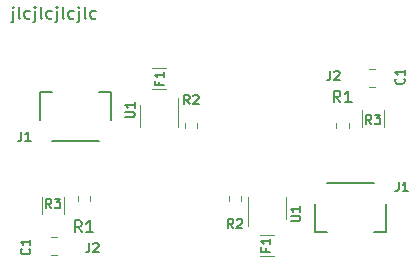
<source format=gbr>
%TF.GenerationSoftware,KiCad,Pcbnew,5.99.0-unknown-43523df843~131~ubuntu21.10.1*%
%TF.CreationDate,2021-08-03T15:32:11+01:00*%
%TF.ProjectId,dboard_panelized,64626f61-7264-45f7-9061-6e656c697a65,rev?*%
%TF.SameCoordinates,Original*%
%TF.FileFunction,Legend,Top*%
%TF.FilePolarity,Positive*%
%FSLAX46Y46*%
G04 Gerber Fmt 4.6, Leading zero omitted, Abs format (unit mm)*
G04 Created by KiCad (PCBNEW 5.99.0-unknown-43523df843~131~ubuntu21.10.1) date 2021-08-03 15:32:11*
%MOMM*%
%LPD*%
G01*
G04 APERTURE LIST*
%ADD10C,0.150000*%
%ADD11C,0.120000*%
G04 APERTURE END LIST*
D10*
X26123809Y-21485714D02*
X26123809Y-22342857D01*
X26076190Y-22438095D01*
X25980952Y-22485714D01*
X25933333Y-22485714D01*
X26123809Y-21152380D02*
X26076190Y-21200000D01*
X26123809Y-21247619D01*
X26171428Y-21200000D01*
X26123809Y-21152380D01*
X26123809Y-21247619D01*
X26742857Y-22152380D02*
X26647619Y-22104761D01*
X26600000Y-22009523D01*
X26600000Y-21152380D01*
X27552380Y-22104761D02*
X27457142Y-22152380D01*
X27266666Y-22152380D01*
X27171428Y-22104761D01*
X27123809Y-22057142D01*
X27076190Y-21961904D01*
X27076190Y-21676190D01*
X27123809Y-21580952D01*
X27171428Y-21533333D01*
X27266666Y-21485714D01*
X27457142Y-21485714D01*
X27552380Y-21533333D01*
X27980952Y-21485714D02*
X27980952Y-22342857D01*
X27933333Y-22438095D01*
X27838095Y-22485714D01*
X27790476Y-22485714D01*
X27980952Y-21152380D02*
X27933333Y-21200000D01*
X27980952Y-21247619D01*
X28028571Y-21200000D01*
X27980952Y-21152380D01*
X27980952Y-21247619D01*
X28600000Y-22152380D02*
X28504761Y-22104761D01*
X28457142Y-22009523D01*
X28457142Y-21152380D01*
X29409523Y-22104761D02*
X29314285Y-22152380D01*
X29123809Y-22152380D01*
X29028571Y-22104761D01*
X28980952Y-22057142D01*
X28933333Y-21961904D01*
X28933333Y-21676190D01*
X28980952Y-21580952D01*
X29028571Y-21533333D01*
X29123809Y-21485714D01*
X29314285Y-21485714D01*
X29409523Y-21533333D01*
X29838095Y-21485714D02*
X29838095Y-22342857D01*
X29790476Y-22438095D01*
X29695238Y-22485714D01*
X29647619Y-22485714D01*
X29838095Y-21152380D02*
X29790476Y-21200000D01*
X29838095Y-21247619D01*
X29885714Y-21200000D01*
X29838095Y-21152380D01*
X29838095Y-21247619D01*
X30457142Y-22152380D02*
X30361904Y-22104761D01*
X30314285Y-22009523D01*
X30314285Y-21152380D01*
X31266666Y-22104761D02*
X31171428Y-22152380D01*
X30980952Y-22152380D01*
X30885714Y-22104761D01*
X30838095Y-22057142D01*
X30790476Y-21961904D01*
X30790476Y-21676190D01*
X30838095Y-21580952D01*
X30885714Y-21533333D01*
X30980952Y-21485714D01*
X31171428Y-21485714D01*
X31266666Y-21533333D01*
X31695238Y-21485714D02*
X31695238Y-22342857D01*
X31647619Y-22438095D01*
X31552380Y-22485714D01*
X31504761Y-22485714D01*
X31695238Y-21152380D02*
X31647619Y-21200000D01*
X31695238Y-21247619D01*
X31742857Y-21200000D01*
X31695238Y-21152380D01*
X31695238Y-21247619D01*
X32314285Y-22152380D02*
X32219047Y-22104761D01*
X32171428Y-22009523D01*
X32171428Y-21152380D01*
X33123809Y-22104761D02*
X33028571Y-22152380D01*
X32838095Y-22152380D01*
X32742857Y-22104761D01*
X32695238Y-22057142D01*
X32647619Y-21961904D01*
X32647619Y-21676190D01*
X32695238Y-21580952D01*
X32742857Y-21533333D01*
X32838095Y-21485714D01*
X33028571Y-21485714D01*
X33123809Y-21533333D01*
%TO.C,R1*%
X53833333Y-29252380D02*
X53500000Y-28776190D01*
X53261904Y-29252380D02*
X53261904Y-28252380D01*
X53642857Y-28252380D01*
X53738095Y-28300000D01*
X53785714Y-28347619D01*
X53833333Y-28442857D01*
X53833333Y-28585714D01*
X53785714Y-28680952D01*
X53738095Y-28728571D01*
X53642857Y-28776190D01*
X53261904Y-28776190D01*
X54785714Y-29252380D02*
X54214285Y-29252380D01*
X54500000Y-29252380D02*
X54500000Y-28252380D01*
X54404761Y-28395238D01*
X54309523Y-28490476D01*
X54214285Y-28538095D01*
%TO.C,C1*%
X59185714Y-27233333D02*
X59223809Y-27271428D01*
X59261904Y-27385714D01*
X59261904Y-27461904D01*
X59223809Y-27576190D01*
X59147619Y-27652380D01*
X59071428Y-27690476D01*
X58919047Y-27728571D01*
X58804761Y-27728571D01*
X58652380Y-27690476D01*
X58576190Y-27652380D01*
X58500000Y-27576190D01*
X58461904Y-27461904D01*
X58461904Y-27385714D01*
X58500000Y-27271428D01*
X58538095Y-27233333D01*
X59261904Y-26471428D02*
X59261904Y-26928571D01*
X59261904Y-26700000D02*
X58461904Y-26700000D01*
X58576190Y-26776190D01*
X58652380Y-26852380D01*
X58690476Y-26928571D01*
%TO.C,F1*%
X47492858Y-41616665D02*
X47492858Y-41883332D01*
X47911905Y-41883332D02*
X47111905Y-41883332D01*
X47111905Y-41502379D01*
X47911905Y-40778570D02*
X47911905Y-41235713D01*
X47911905Y-41007141D02*
X47111905Y-41007141D01*
X47226191Y-41083332D01*
X47302381Y-41159522D01*
X47340477Y-41235713D01*
%TO.C,U1*%
X49611906Y-39309523D02*
X50259525Y-39309523D01*
X50335716Y-39271428D01*
X50373811Y-39233333D01*
X50411906Y-39157142D01*
X50411906Y-39004761D01*
X50373811Y-38928571D01*
X50335716Y-38890476D01*
X50259525Y-38852380D01*
X49611906Y-38852380D01*
X50411906Y-38052380D02*
X50411906Y-38509523D01*
X50411906Y-38280952D02*
X49611906Y-38280952D01*
X49726192Y-38357142D01*
X49802382Y-38433333D01*
X49840478Y-38509523D01*
X35611904Y-30509523D02*
X36259523Y-30509523D01*
X36335714Y-30471428D01*
X36373809Y-30433333D01*
X36411904Y-30357142D01*
X36411904Y-30204761D01*
X36373809Y-30128571D01*
X36335714Y-30090476D01*
X36259523Y-30052380D01*
X35611904Y-30052380D01*
X36411904Y-29252380D02*
X36411904Y-29709523D01*
X36411904Y-29480952D02*
X35611904Y-29480952D01*
X35726190Y-29557142D01*
X35802380Y-29633333D01*
X35840476Y-29709523D01*
%TO.C,J1*%
X26808333Y-31736904D02*
X26808333Y-32308333D01*
X26770238Y-32422619D01*
X26694047Y-32498809D01*
X26579761Y-32536904D01*
X26503571Y-32536904D01*
X27608333Y-32536904D02*
X27151190Y-32536904D01*
X27379761Y-32536904D02*
X27379761Y-31736904D01*
X27303571Y-31851190D01*
X27227380Y-31927380D01*
X27151190Y-31965476D01*
%TO.C,R3*%
X29366667Y-38211904D02*
X29100001Y-37830952D01*
X28909524Y-38211904D02*
X28909524Y-37411904D01*
X29214286Y-37411904D01*
X29290477Y-37450000D01*
X29328572Y-37488095D01*
X29366667Y-37564285D01*
X29366667Y-37678571D01*
X29328572Y-37754761D01*
X29290477Y-37792857D01*
X29214286Y-37830952D01*
X28909524Y-37830952D01*
X29633334Y-37411904D02*
X30128572Y-37411904D01*
X29861905Y-37716666D01*
X29976191Y-37716666D01*
X30052381Y-37754761D01*
X30090477Y-37792857D01*
X30128572Y-37869047D01*
X30128572Y-38059523D01*
X30090477Y-38135714D01*
X30052381Y-38173809D01*
X29976191Y-38211904D01*
X29747620Y-38211904D01*
X29671429Y-38173809D01*
X29633334Y-38135714D01*
%TO.C,J1*%
X58758333Y-35986903D02*
X58758333Y-36558332D01*
X58720238Y-36672618D01*
X58644047Y-36748808D01*
X58529761Y-36786903D01*
X58453571Y-36786903D01*
X59558333Y-36786903D02*
X59101190Y-36786903D01*
X59329761Y-36786903D02*
X59329761Y-35986903D01*
X59253571Y-36101189D01*
X59177380Y-36177379D01*
X59101190Y-36215475D01*
%TO.C,R3*%
X56466666Y-31111904D02*
X56200000Y-30730952D01*
X56009523Y-31111904D02*
X56009523Y-30311904D01*
X56314285Y-30311904D01*
X56390476Y-30350000D01*
X56428571Y-30388095D01*
X56466666Y-30464285D01*
X56466666Y-30578571D01*
X56428571Y-30654761D01*
X56390476Y-30692857D01*
X56314285Y-30730952D01*
X56009523Y-30730952D01*
X56733333Y-30311904D02*
X57228571Y-30311904D01*
X56961904Y-30616666D01*
X57076190Y-30616666D01*
X57152380Y-30654761D01*
X57190476Y-30692857D01*
X57228571Y-30769047D01*
X57228571Y-30959523D01*
X57190476Y-31035714D01*
X57152380Y-31073809D01*
X57076190Y-31111904D01*
X56847619Y-31111904D01*
X56771428Y-31073809D01*
X56733333Y-31035714D01*
%TO.C,R1*%
X31933333Y-40252381D02*
X31600000Y-39776191D01*
X31361904Y-40252381D02*
X31361904Y-39252381D01*
X31742857Y-39252381D01*
X31838095Y-39300001D01*
X31885714Y-39347620D01*
X31933333Y-39442858D01*
X31933333Y-39585715D01*
X31885714Y-39680953D01*
X31838095Y-39728572D01*
X31742857Y-39776191D01*
X31361904Y-39776191D01*
X32885714Y-40252381D02*
X32314285Y-40252381D01*
X32600000Y-40252381D02*
X32600000Y-39252381D01*
X32504761Y-39395239D01*
X32409523Y-39490477D01*
X32314285Y-39538096D01*
%TO.C,C1*%
X27485716Y-41633334D02*
X27523811Y-41671429D01*
X27561906Y-41785715D01*
X27561906Y-41861905D01*
X27523811Y-41976191D01*
X27447621Y-42052381D01*
X27371430Y-42090477D01*
X27219049Y-42128572D01*
X27104763Y-42128572D01*
X26952382Y-42090477D01*
X26876192Y-42052381D01*
X26800002Y-41976191D01*
X26761906Y-41861905D01*
X26761906Y-41785715D01*
X26800002Y-41671429D01*
X26838097Y-41633334D01*
X27561906Y-40871429D02*
X27561906Y-41328572D01*
X27561906Y-41100001D02*
X26761906Y-41100001D01*
X26876192Y-41176191D01*
X26952382Y-41252381D01*
X26990478Y-41328572D01*
%TO.C,R2*%
X41066666Y-29411904D02*
X40800000Y-29030952D01*
X40609523Y-29411904D02*
X40609523Y-28611904D01*
X40914285Y-28611904D01*
X40990476Y-28650000D01*
X41028571Y-28688095D01*
X41066666Y-28764285D01*
X41066666Y-28878571D01*
X41028571Y-28954761D01*
X40990476Y-28992857D01*
X40914285Y-29030952D01*
X40609523Y-29030952D01*
X41371428Y-28688095D02*
X41409523Y-28650000D01*
X41485714Y-28611904D01*
X41676190Y-28611904D01*
X41752380Y-28650000D01*
X41790476Y-28688095D01*
X41828571Y-28764285D01*
X41828571Y-28840476D01*
X41790476Y-28954761D01*
X41333333Y-29411904D01*
X41828571Y-29411904D01*
X44766666Y-39911905D02*
X44500000Y-39530953D01*
X44309523Y-39911905D02*
X44309523Y-39111905D01*
X44614285Y-39111905D01*
X44690476Y-39150001D01*
X44728571Y-39188096D01*
X44766666Y-39264286D01*
X44766666Y-39378572D01*
X44728571Y-39454762D01*
X44690476Y-39492858D01*
X44614285Y-39530953D01*
X44309523Y-39530953D01*
X45071428Y-39188096D02*
X45109523Y-39150001D01*
X45185714Y-39111905D01*
X45376190Y-39111905D01*
X45452380Y-39150001D01*
X45490476Y-39188096D01*
X45528571Y-39264286D01*
X45528571Y-39340477D01*
X45490476Y-39454762D01*
X45033333Y-39911905D01*
X45528571Y-39911905D01*
%TO.C,J2*%
X52983333Y-26561904D02*
X52983333Y-27133333D01*
X52945238Y-27247619D01*
X52869047Y-27323809D01*
X52754761Y-27361904D01*
X52678571Y-27361904D01*
X53326190Y-26638095D02*
X53364285Y-26600000D01*
X53440476Y-26561904D01*
X53630952Y-26561904D01*
X53707142Y-26600000D01*
X53745238Y-26638095D01*
X53783333Y-26714285D01*
X53783333Y-26790476D01*
X53745238Y-26904761D01*
X53288095Y-27361904D01*
X53783333Y-27361904D01*
%TO.C,F1*%
X38492857Y-27516666D02*
X38492857Y-27783333D01*
X38911904Y-27783333D02*
X38111904Y-27783333D01*
X38111904Y-27402380D01*
X38911904Y-26678571D02*
X38911904Y-27135714D01*
X38911904Y-26907142D02*
X38111904Y-26907142D01*
X38226190Y-26983333D01*
X38302380Y-27059523D01*
X38340476Y-27135714D01*
%TO.C,J2*%
X32583335Y-41161904D02*
X32583335Y-41733333D01*
X32545240Y-41847619D01*
X32469049Y-41923809D01*
X32354763Y-41961904D01*
X32278573Y-41961904D01*
X32926192Y-41238095D02*
X32964287Y-41200000D01*
X33040478Y-41161904D01*
X33230954Y-41161904D01*
X33307144Y-41200000D01*
X33345240Y-41238095D01*
X33383335Y-41314285D01*
X33383335Y-41390476D01*
X33345240Y-41504761D01*
X32888097Y-41961904D01*
X33383335Y-41961904D01*
D11*
%TO.C,R1*%
X53477500Y-31437258D02*
X53477500Y-30962742D01*
X54522500Y-31437258D02*
X54522500Y-30962742D01*
%TO.C,C1*%
X56761252Y-26465000D02*
X56238748Y-26465000D01*
X56761252Y-27935000D02*
X56238748Y-27935000D01*
%TO.C,F1*%
X48202065Y-40439999D02*
X46997937Y-40439999D01*
X48202065Y-42259999D02*
X46997937Y-42259999D01*
%TO.C,U1*%
X49210002Y-39100000D02*
X49210002Y-37300000D01*
X45990002Y-37300000D02*
X45990002Y-39750000D01*
X36890000Y-29500000D02*
X36890000Y-31300000D01*
X40110000Y-31300000D02*
X40110000Y-28850000D01*
D10*
%TO.C,J1*%
X28400000Y-28350000D02*
X29400000Y-28350000D01*
X28400000Y-30750000D02*
X28400000Y-28350000D01*
X33400000Y-28350000D02*
X34400000Y-28350000D01*
X33400000Y-32550000D02*
X29400000Y-32550000D01*
X34400000Y-28350000D02*
X34400000Y-30750000D01*
D11*
%TO.C,R3*%
X28590001Y-38677064D02*
X28590001Y-37222936D01*
X30410001Y-38677064D02*
X30410001Y-37222936D01*
D10*
%TO.C,J1*%
X52700000Y-40249999D02*
X51700000Y-40249999D01*
X57700000Y-40249999D02*
X56700000Y-40249999D01*
X51700000Y-40249999D02*
X51700000Y-37849999D01*
X57700000Y-37849999D02*
X57700000Y-40249999D01*
X52700000Y-36049999D02*
X56700000Y-36049999D01*
D11*
%TO.C,R3*%
X57510000Y-29922936D02*
X57510000Y-31377064D01*
X55690000Y-29922936D02*
X55690000Y-31377064D01*
%TO.C,R1*%
X32622500Y-37162743D02*
X32622500Y-37637259D01*
X31577500Y-37162743D02*
X31577500Y-37637259D01*
%TO.C,C1*%
X29338750Y-40665001D02*
X29861254Y-40665001D01*
X29338750Y-42135001D02*
X29861254Y-42135001D01*
%TO.C,R2*%
X40677500Y-31437258D02*
X40677500Y-30962742D01*
X41722500Y-31437258D02*
X41722500Y-30962742D01*
X45422500Y-37162743D02*
X45422500Y-37637259D01*
X44377500Y-37162743D02*
X44377500Y-37637259D01*
%TO.C,F1*%
X37897936Y-26340000D02*
X39102064Y-26340000D01*
X37897936Y-28160000D02*
X39102064Y-28160000D01*
%TD*%
M02*

</source>
